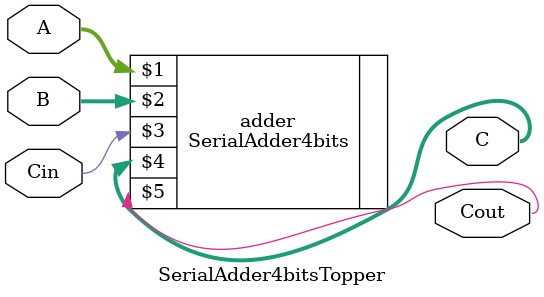
<source format=v>
module SerialAdder4bitsTopper(
    input [3:0] A,
    input [3:0] B,
    input Cin,
    output [3:0] C,
    output Cout
);

SerialAdder4bits adder(A,B,Cin,C,Cout);

endmodule
</source>
